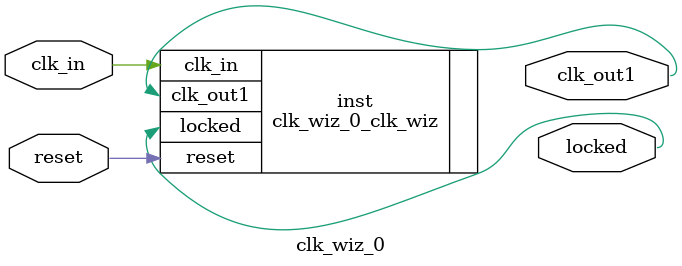
<source format=v>


`timescale 1ps/1ps

(* CORE_GENERATION_INFO = "clk_wiz_0,clk_wiz_v5_4_1_0,{component_name=clk_wiz_0,use_phase_alignment=true,use_min_o_jitter=false,use_max_i_jitter=false,use_dyn_phase_shift=false,use_inclk_switchover=false,use_dyn_reconfig=false,enable_axi=0,feedback_source=FDBK_AUTO,PRIMITIVE=MMCM,num_out_clk=1,clkin1_period=10.000,clkin2_period=10.000,use_power_down=false,use_reset=true,use_locked=true,use_inclk_stopped=false,feedback_type=SINGLE,CLOCK_MGR_TYPE=NA,manual_override=false}" *)

module clk_wiz_0 
 (
  // Clock out ports
  output        clk_out1,
  // Status and control signals
  input         reset,
  output        locked,
 // Clock in ports
  input         clk_in
 );

  clk_wiz_0_clk_wiz inst
  (
  // Clock out ports  
  .clk_out1(clk_out1),
  // Status and control signals               
  .reset(reset), 
  .locked(locked),
 // Clock in ports
  .clk_in(clk_in)
  );

endmodule

</source>
